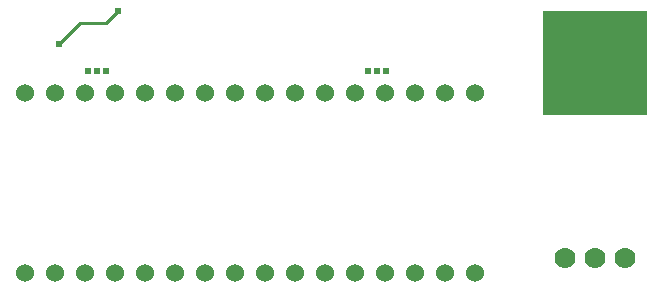
<source format=gbl>
G04 (created by PCBNEW (2013-07-07 BZR 4022)-stable) date 1/29/2014 11:22:53 AM*
%MOIN*%
G04 Gerber Fmt 3.4, Leading zero omitted, Abs format*
%FSLAX34Y34*%
G01*
G70*
G90*
G04 APERTURE LIST*
%ADD10C,0.00590551*%
%ADD11C,0.07*%
%ADD12R,0.35X0.35*%
%ADD13C,0.06*%
%ADD14C,0.024*%
%ADD15C,0.01*%
G04 APERTURE END LIST*
G54D10*
G54D11*
X82500Y-55000D03*
X80500Y-55000D03*
X81500Y-55000D03*
G54D12*
X81500Y-48500D03*
G54D13*
X62500Y-55500D03*
X63500Y-55500D03*
X64500Y-55500D03*
X65500Y-55500D03*
X66500Y-55500D03*
X67500Y-55500D03*
X68500Y-55500D03*
X69500Y-55500D03*
X70500Y-55500D03*
X71500Y-55500D03*
X72500Y-55500D03*
X73500Y-55500D03*
X74500Y-55500D03*
X75500Y-55500D03*
X76500Y-55500D03*
X77500Y-55500D03*
X77500Y-49500D03*
X76500Y-49500D03*
X75500Y-49500D03*
X74500Y-49500D03*
X73500Y-49500D03*
X72500Y-49500D03*
X71500Y-49500D03*
X70500Y-49500D03*
X69500Y-49500D03*
X68500Y-49500D03*
X67500Y-49500D03*
X66500Y-49500D03*
X65500Y-49500D03*
X64500Y-49500D03*
X63500Y-49500D03*
X62500Y-49500D03*
G54D14*
X73950Y-48750D03*
X74250Y-48750D03*
X74550Y-48750D03*
X65200Y-48750D03*
X64900Y-48750D03*
X64600Y-48750D03*
X63650Y-47850D03*
X65600Y-46750D03*
G54D15*
X64350Y-47150D02*
X63650Y-47850D01*
X65200Y-47150D02*
X64350Y-47150D01*
X65600Y-46750D02*
X65200Y-47150D01*
M02*

</source>
